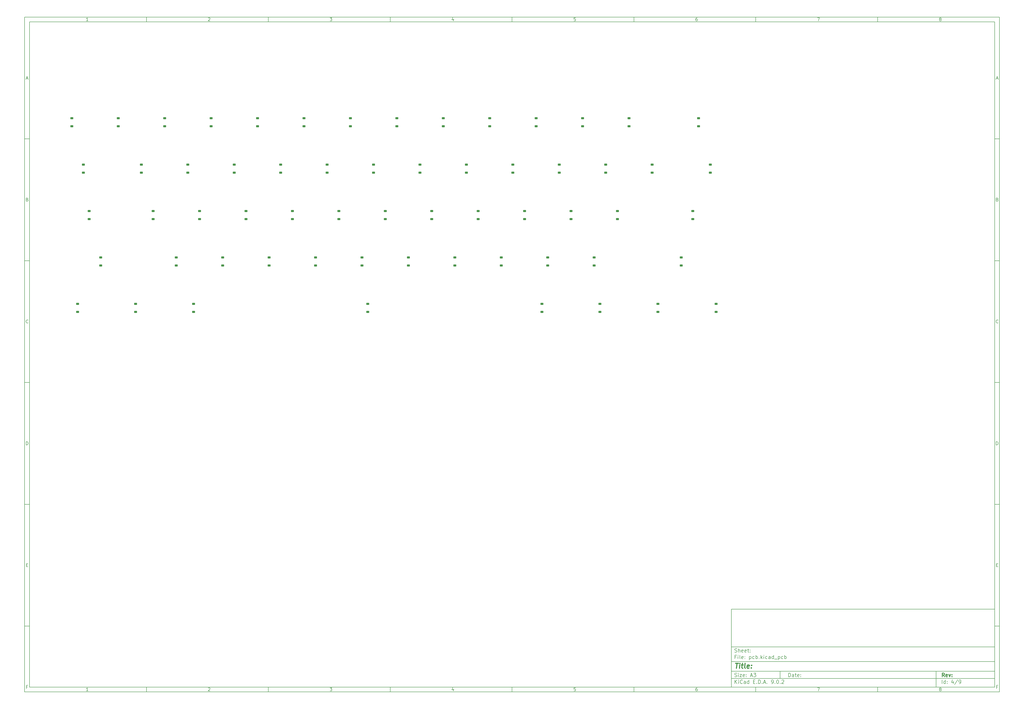
<source format=gbr>
%TF.GenerationSoftware,KiCad,Pcbnew,9.0.2*%
%TF.CreationDate,2025-06-22T01:03:44-04:00*%
%TF.ProjectId,pcb,7063622e-6b69-4636-9164-5f7063625858,rev?*%
%TF.SameCoordinates,Original*%
%TF.FileFunction,Paste,Bot*%
%TF.FilePolarity,Positive*%
%FSLAX46Y46*%
G04 Gerber Fmt 4.6, Leading zero omitted, Abs format (unit mm)*
G04 Created by KiCad (PCBNEW 9.0.2) date 2025-06-22 01:03:44*
%MOMM*%
%LPD*%
G01*
G04 APERTURE LIST*
G04 Aperture macros list*
%AMRoundRect*
0 Rectangle with rounded corners*
0 $1 Rounding radius*
0 $2 $3 $4 $5 $6 $7 $8 $9 X,Y pos of 4 corners*
0 Add a 4 corners polygon primitive as box body*
4,1,4,$2,$3,$4,$5,$6,$7,$8,$9,$2,$3,0*
0 Add four circle primitives for the rounded corners*
1,1,$1+$1,$2,$3*
1,1,$1+$1,$4,$5*
1,1,$1+$1,$6,$7*
1,1,$1+$1,$8,$9*
0 Add four rect primitives between the rounded corners*
20,1,$1+$1,$2,$3,$4,$5,0*
20,1,$1+$1,$4,$5,$6,$7,0*
20,1,$1+$1,$6,$7,$8,$9,0*
20,1,$1+$1,$8,$9,$2,$3,0*%
G04 Aperture macros list end*
%ADD10C,0.100000*%
%ADD11C,0.150000*%
%ADD12C,0.300000*%
%ADD13C,0.400000*%
%ADD14RoundRect,0.225000X0.375000X-0.225000X0.375000X0.225000X-0.375000X0.225000X-0.375000X-0.225000X0*%
G04 APERTURE END LIST*
D10*
D11*
X299989000Y-253002200D02*
X407989000Y-253002200D01*
X407989000Y-285002200D01*
X299989000Y-285002200D01*
X299989000Y-253002200D01*
D10*
D11*
X10000000Y-10000000D02*
X409989000Y-10000000D01*
X409989000Y-287002200D01*
X10000000Y-287002200D01*
X10000000Y-10000000D01*
D10*
D11*
X12000000Y-12000000D02*
X407989000Y-12000000D01*
X407989000Y-285002200D01*
X12000000Y-285002200D01*
X12000000Y-12000000D01*
D10*
D11*
X60000000Y-12000000D02*
X60000000Y-10000000D01*
D10*
D11*
X110000000Y-12000000D02*
X110000000Y-10000000D01*
D10*
D11*
X160000000Y-12000000D02*
X160000000Y-10000000D01*
D10*
D11*
X210000000Y-12000000D02*
X210000000Y-10000000D01*
D10*
D11*
X260000000Y-12000000D02*
X260000000Y-10000000D01*
D10*
D11*
X310000000Y-12000000D02*
X310000000Y-10000000D01*
D10*
D11*
X360000000Y-12000000D02*
X360000000Y-10000000D01*
D10*
D11*
X36089160Y-11593604D02*
X35346303Y-11593604D01*
X35717731Y-11593604D02*
X35717731Y-10293604D01*
X35717731Y-10293604D02*
X35593922Y-10479319D01*
X35593922Y-10479319D02*
X35470112Y-10603128D01*
X35470112Y-10603128D02*
X35346303Y-10665033D01*
D10*
D11*
X85346303Y-10417414D02*
X85408207Y-10355509D01*
X85408207Y-10355509D02*
X85532017Y-10293604D01*
X85532017Y-10293604D02*
X85841541Y-10293604D01*
X85841541Y-10293604D02*
X85965350Y-10355509D01*
X85965350Y-10355509D02*
X86027255Y-10417414D01*
X86027255Y-10417414D02*
X86089160Y-10541223D01*
X86089160Y-10541223D02*
X86089160Y-10665033D01*
X86089160Y-10665033D02*
X86027255Y-10850747D01*
X86027255Y-10850747D02*
X85284398Y-11593604D01*
X85284398Y-11593604D02*
X86089160Y-11593604D01*
D10*
D11*
X135284398Y-10293604D02*
X136089160Y-10293604D01*
X136089160Y-10293604D02*
X135655826Y-10788842D01*
X135655826Y-10788842D02*
X135841541Y-10788842D01*
X135841541Y-10788842D02*
X135965350Y-10850747D01*
X135965350Y-10850747D02*
X136027255Y-10912652D01*
X136027255Y-10912652D02*
X136089160Y-11036461D01*
X136089160Y-11036461D02*
X136089160Y-11345985D01*
X136089160Y-11345985D02*
X136027255Y-11469795D01*
X136027255Y-11469795D02*
X135965350Y-11531700D01*
X135965350Y-11531700D02*
X135841541Y-11593604D01*
X135841541Y-11593604D02*
X135470112Y-11593604D01*
X135470112Y-11593604D02*
X135346303Y-11531700D01*
X135346303Y-11531700D02*
X135284398Y-11469795D01*
D10*
D11*
X185965350Y-10726938D02*
X185965350Y-11593604D01*
X185655826Y-10231700D02*
X185346303Y-11160271D01*
X185346303Y-11160271D02*
X186151064Y-11160271D01*
D10*
D11*
X236027255Y-10293604D02*
X235408207Y-10293604D01*
X235408207Y-10293604D02*
X235346303Y-10912652D01*
X235346303Y-10912652D02*
X235408207Y-10850747D01*
X235408207Y-10850747D02*
X235532017Y-10788842D01*
X235532017Y-10788842D02*
X235841541Y-10788842D01*
X235841541Y-10788842D02*
X235965350Y-10850747D01*
X235965350Y-10850747D02*
X236027255Y-10912652D01*
X236027255Y-10912652D02*
X236089160Y-11036461D01*
X236089160Y-11036461D02*
X236089160Y-11345985D01*
X236089160Y-11345985D02*
X236027255Y-11469795D01*
X236027255Y-11469795D02*
X235965350Y-11531700D01*
X235965350Y-11531700D02*
X235841541Y-11593604D01*
X235841541Y-11593604D02*
X235532017Y-11593604D01*
X235532017Y-11593604D02*
X235408207Y-11531700D01*
X235408207Y-11531700D02*
X235346303Y-11469795D01*
D10*
D11*
X285965350Y-10293604D02*
X285717731Y-10293604D01*
X285717731Y-10293604D02*
X285593922Y-10355509D01*
X285593922Y-10355509D02*
X285532017Y-10417414D01*
X285532017Y-10417414D02*
X285408207Y-10603128D01*
X285408207Y-10603128D02*
X285346303Y-10850747D01*
X285346303Y-10850747D02*
X285346303Y-11345985D01*
X285346303Y-11345985D02*
X285408207Y-11469795D01*
X285408207Y-11469795D02*
X285470112Y-11531700D01*
X285470112Y-11531700D02*
X285593922Y-11593604D01*
X285593922Y-11593604D02*
X285841541Y-11593604D01*
X285841541Y-11593604D02*
X285965350Y-11531700D01*
X285965350Y-11531700D02*
X286027255Y-11469795D01*
X286027255Y-11469795D02*
X286089160Y-11345985D01*
X286089160Y-11345985D02*
X286089160Y-11036461D01*
X286089160Y-11036461D02*
X286027255Y-10912652D01*
X286027255Y-10912652D02*
X285965350Y-10850747D01*
X285965350Y-10850747D02*
X285841541Y-10788842D01*
X285841541Y-10788842D02*
X285593922Y-10788842D01*
X285593922Y-10788842D02*
X285470112Y-10850747D01*
X285470112Y-10850747D02*
X285408207Y-10912652D01*
X285408207Y-10912652D02*
X285346303Y-11036461D01*
D10*
D11*
X335284398Y-10293604D02*
X336151064Y-10293604D01*
X336151064Y-10293604D02*
X335593922Y-11593604D01*
D10*
D11*
X385593922Y-10850747D02*
X385470112Y-10788842D01*
X385470112Y-10788842D02*
X385408207Y-10726938D01*
X385408207Y-10726938D02*
X385346303Y-10603128D01*
X385346303Y-10603128D02*
X385346303Y-10541223D01*
X385346303Y-10541223D02*
X385408207Y-10417414D01*
X385408207Y-10417414D02*
X385470112Y-10355509D01*
X385470112Y-10355509D02*
X385593922Y-10293604D01*
X385593922Y-10293604D02*
X385841541Y-10293604D01*
X385841541Y-10293604D02*
X385965350Y-10355509D01*
X385965350Y-10355509D02*
X386027255Y-10417414D01*
X386027255Y-10417414D02*
X386089160Y-10541223D01*
X386089160Y-10541223D02*
X386089160Y-10603128D01*
X386089160Y-10603128D02*
X386027255Y-10726938D01*
X386027255Y-10726938D02*
X385965350Y-10788842D01*
X385965350Y-10788842D02*
X385841541Y-10850747D01*
X385841541Y-10850747D02*
X385593922Y-10850747D01*
X385593922Y-10850747D02*
X385470112Y-10912652D01*
X385470112Y-10912652D02*
X385408207Y-10974557D01*
X385408207Y-10974557D02*
X385346303Y-11098366D01*
X385346303Y-11098366D02*
X385346303Y-11345985D01*
X385346303Y-11345985D02*
X385408207Y-11469795D01*
X385408207Y-11469795D02*
X385470112Y-11531700D01*
X385470112Y-11531700D02*
X385593922Y-11593604D01*
X385593922Y-11593604D02*
X385841541Y-11593604D01*
X385841541Y-11593604D02*
X385965350Y-11531700D01*
X385965350Y-11531700D02*
X386027255Y-11469795D01*
X386027255Y-11469795D02*
X386089160Y-11345985D01*
X386089160Y-11345985D02*
X386089160Y-11098366D01*
X386089160Y-11098366D02*
X386027255Y-10974557D01*
X386027255Y-10974557D02*
X385965350Y-10912652D01*
X385965350Y-10912652D02*
X385841541Y-10850747D01*
D10*
D11*
X60000000Y-285002200D02*
X60000000Y-287002200D01*
D10*
D11*
X110000000Y-285002200D02*
X110000000Y-287002200D01*
D10*
D11*
X160000000Y-285002200D02*
X160000000Y-287002200D01*
D10*
D11*
X210000000Y-285002200D02*
X210000000Y-287002200D01*
D10*
D11*
X260000000Y-285002200D02*
X260000000Y-287002200D01*
D10*
D11*
X310000000Y-285002200D02*
X310000000Y-287002200D01*
D10*
D11*
X360000000Y-285002200D02*
X360000000Y-287002200D01*
D10*
D11*
X36089160Y-286595804D02*
X35346303Y-286595804D01*
X35717731Y-286595804D02*
X35717731Y-285295804D01*
X35717731Y-285295804D02*
X35593922Y-285481519D01*
X35593922Y-285481519D02*
X35470112Y-285605328D01*
X35470112Y-285605328D02*
X35346303Y-285667233D01*
D10*
D11*
X85346303Y-285419614D02*
X85408207Y-285357709D01*
X85408207Y-285357709D02*
X85532017Y-285295804D01*
X85532017Y-285295804D02*
X85841541Y-285295804D01*
X85841541Y-285295804D02*
X85965350Y-285357709D01*
X85965350Y-285357709D02*
X86027255Y-285419614D01*
X86027255Y-285419614D02*
X86089160Y-285543423D01*
X86089160Y-285543423D02*
X86089160Y-285667233D01*
X86089160Y-285667233D02*
X86027255Y-285852947D01*
X86027255Y-285852947D02*
X85284398Y-286595804D01*
X85284398Y-286595804D02*
X86089160Y-286595804D01*
D10*
D11*
X135284398Y-285295804D02*
X136089160Y-285295804D01*
X136089160Y-285295804D02*
X135655826Y-285791042D01*
X135655826Y-285791042D02*
X135841541Y-285791042D01*
X135841541Y-285791042D02*
X135965350Y-285852947D01*
X135965350Y-285852947D02*
X136027255Y-285914852D01*
X136027255Y-285914852D02*
X136089160Y-286038661D01*
X136089160Y-286038661D02*
X136089160Y-286348185D01*
X136089160Y-286348185D02*
X136027255Y-286471995D01*
X136027255Y-286471995D02*
X135965350Y-286533900D01*
X135965350Y-286533900D02*
X135841541Y-286595804D01*
X135841541Y-286595804D02*
X135470112Y-286595804D01*
X135470112Y-286595804D02*
X135346303Y-286533900D01*
X135346303Y-286533900D02*
X135284398Y-286471995D01*
D10*
D11*
X185965350Y-285729138D02*
X185965350Y-286595804D01*
X185655826Y-285233900D02*
X185346303Y-286162471D01*
X185346303Y-286162471D02*
X186151064Y-286162471D01*
D10*
D11*
X236027255Y-285295804D02*
X235408207Y-285295804D01*
X235408207Y-285295804D02*
X235346303Y-285914852D01*
X235346303Y-285914852D02*
X235408207Y-285852947D01*
X235408207Y-285852947D02*
X235532017Y-285791042D01*
X235532017Y-285791042D02*
X235841541Y-285791042D01*
X235841541Y-285791042D02*
X235965350Y-285852947D01*
X235965350Y-285852947D02*
X236027255Y-285914852D01*
X236027255Y-285914852D02*
X236089160Y-286038661D01*
X236089160Y-286038661D02*
X236089160Y-286348185D01*
X236089160Y-286348185D02*
X236027255Y-286471995D01*
X236027255Y-286471995D02*
X235965350Y-286533900D01*
X235965350Y-286533900D02*
X235841541Y-286595804D01*
X235841541Y-286595804D02*
X235532017Y-286595804D01*
X235532017Y-286595804D02*
X235408207Y-286533900D01*
X235408207Y-286533900D02*
X235346303Y-286471995D01*
D10*
D11*
X285965350Y-285295804D02*
X285717731Y-285295804D01*
X285717731Y-285295804D02*
X285593922Y-285357709D01*
X285593922Y-285357709D02*
X285532017Y-285419614D01*
X285532017Y-285419614D02*
X285408207Y-285605328D01*
X285408207Y-285605328D02*
X285346303Y-285852947D01*
X285346303Y-285852947D02*
X285346303Y-286348185D01*
X285346303Y-286348185D02*
X285408207Y-286471995D01*
X285408207Y-286471995D02*
X285470112Y-286533900D01*
X285470112Y-286533900D02*
X285593922Y-286595804D01*
X285593922Y-286595804D02*
X285841541Y-286595804D01*
X285841541Y-286595804D02*
X285965350Y-286533900D01*
X285965350Y-286533900D02*
X286027255Y-286471995D01*
X286027255Y-286471995D02*
X286089160Y-286348185D01*
X286089160Y-286348185D02*
X286089160Y-286038661D01*
X286089160Y-286038661D02*
X286027255Y-285914852D01*
X286027255Y-285914852D02*
X285965350Y-285852947D01*
X285965350Y-285852947D02*
X285841541Y-285791042D01*
X285841541Y-285791042D02*
X285593922Y-285791042D01*
X285593922Y-285791042D02*
X285470112Y-285852947D01*
X285470112Y-285852947D02*
X285408207Y-285914852D01*
X285408207Y-285914852D02*
X285346303Y-286038661D01*
D10*
D11*
X335284398Y-285295804D02*
X336151064Y-285295804D01*
X336151064Y-285295804D02*
X335593922Y-286595804D01*
D10*
D11*
X385593922Y-285852947D02*
X385470112Y-285791042D01*
X385470112Y-285791042D02*
X385408207Y-285729138D01*
X385408207Y-285729138D02*
X385346303Y-285605328D01*
X385346303Y-285605328D02*
X385346303Y-285543423D01*
X385346303Y-285543423D02*
X385408207Y-285419614D01*
X385408207Y-285419614D02*
X385470112Y-285357709D01*
X385470112Y-285357709D02*
X385593922Y-285295804D01*
X385593922Y-285295804D02*
X385841541Y-285295804D01*
X385841541Y-285295804D02*
X385965350Y-285357709D01*
X385965350Y-285357709D02*
X386027255Y-285419614D01*
X386027255Y-285419614D02*
X386089160Y-285543423D01*
X386089160Y-285543423D02*
X386089160Y-285605328D01*
X386089160Y-285605328D02*
X386027255Y-285729138D01*
X386027255Y-285729138D02*
X385965350Y-285791042D01*
X385965350Y-285791042D02*
X385841541Y-285852947D01*
X385841541Y-285852947D02*
X385593922Y-285852947D01*
X385593922Y-285852947D02*
X385470112Y-285914852D01*
X385470112Y-285914852D02*
X385408207Y-285976757D01*
X385408207Y-285976757D02*
X385346303Y-286100566D01*
X385346303Y-286100566D02*
X385346303Y-286348185D01*
X385346303Y-286348185D02*
X385408207Y-286471995D01*
X385408207Y-286471995D02*
X385470112Y-286533900D01*
X385470112Y-286533900D02*
X385593922Y-286595804D01*
X385593922Y-286595804D02*
X385841541Y-286595804D01*
X385841541Y-286595804D02*
X385965350Y-286533900D01*
X385965350Y-286533900D02*
X386027255Y-286471995D01*
X386027255Y-286471995D02*
X386089160Y-286348185D01*
X386089160Y-286348185D02*
X386089160Y-286100566D01*
X386089160Y-286100566D02*
X386027255Y-285976757D01*
X386027255Y-285976757D02*
X385965350Y-285914852D01*
X385965350Y-285914852D02*
X385841541Y-285852947D01*
D10*
D11*
X10000000Y-60000000D02*
X12000000Y-60000000D01*
D10*
D11*
X10000000Y-110000000D02*
X12000000Y-110000000D01*
D10*
D11*
X10000000Y-160000000D02*
X12000000Y-160000000D01*
D10*
D11*
X10000000Y-210000000D02*
X12000000Y-210000000D01*
D10*
D11*
X10000000Y-260000000D02*
X12000000Y-260000000D01*
D10*
D11*
X10690476Y-35222176D02*
X11309523Y-35222176D01*
X10566666Y-35593604D02*
X10999999Y-34293604D01*
X10999999Y-34293604D02*
X11433333Y-35593604D01*
D10*
D11*
X11092857Y-84912652D02*
X11278571Y-84974557D01*
X11278571Y-84974557D02*
X11340476Y-85036461D01*
X11340476Y-85036461D02*
X11402380Y-85160271D01*
X11402380Y-85160271D02*
X11402380Y-85345985D01*
X11402380Y-85345985D02*
X11340476Y-85469795D01*
X11340476Y-85469795D02*
X11278571Y-85531700D01*
X11278571Y-85531700D02*
X11154761Y-85593604D01*
X11154761Y-85593604D02*
X10659523Y-85593604D01*
X10659523Y-85593604D02*
X10659523Y-84293604D01*
X10659523Y-84293604D02*
X11092857Y-84293604D01*
X11092857Y-84293604D02*
X11216666Y-84355509D01*
X11216666Y-84355509D02*
X11278571Y-84417414D01*
X11278571Y-84417414D02*
X11340476Y-84541223D01*
X11340476Y-84541223D02*
X11340476Y-84665033D01*
X11340476Y-84665033D02*
X11278571Y-84788842D01*
X11278571Y-84788842D02*
X11216666Y-84850747D01*
X11216666Y-84850747D02*
X11092857Y-84912652D01*
X11092857Y-84912652D02*
X10659523Y-84912652D01*
D10*
D11*
X11402380Y-135469795D02*
X11340476Y-135531700D01*
X11340476Y-135531700D02*
X11154761Y-135593604D01*
X11154761Y-135593604D02*
X11030952Y-135593604D01*
X11030952Y-135593604D02*
X10845238Y-135531700D01*
X10845238Y-135531700D02*
X10721428Y-135407890D01*
X10721428Y-135407890D02*
X10659523Y-135284080D01*
X10659523Y-135284080D02*
X10597619Y-135036461D01*
X10597619Y-135036461D02*
X10597619Y-134850747D01*
X10597619Y-134850747D02*
X10659523Y-134603128D01*
X10659523Y-134603128D02*
X10721428Y-134479319D01*
X10721428Y-134479319D02*
X10845238Y-134355509D01*
X10845238Y-134355509D02*
X11030952Y-134293604D01*
X11030952Y-134293604D02*
X11154761Y-134293604D01*
X11154761Y-134293604D02*
X11340476Y-134355509D01*
X11340476Y-134355509D02*
X11402380Y-134417414D01*
D10*
D11*
X10659523Y-185593604D02*
X10659523Y-184293604D01*
X10659523Y-184293604D02*
X10969047Y-184293604D01*
X10969047Y-184293604D02*
X11154761Y-184355509D01*
X11154761Y-184355509D02*
X11278571Y-184479319D01*
X11278571Y-184479319D02*
X11340476Y-184603128D01*
X11340476Y-184603128D02*
X11402380Y-184850747D01*
X11402380Y-184850747D02*
X11402380Y-185036461D01*
X11402380Y-185036461D02*
X11340476Y-185284080D01*
X11340476Y-185284080D02*
X11278571Y-185407890D01*
X11278571Y-185407890D02*
X11154761Y-185531700D01*
X11154761Y-185531700D02*
X10969047Y-185593604D01*
X10969047Y-185593604D02*
X10659523Y-185593604D01*
D10*
D11*
X10721428Y-234912652D02*
X11154762Y-234912652D01*
X11340476Y-235593604D02*
X10721428Y-235593604D01*
X10721428Y-235593604D02*
X10721428Y-234293604D01*
X10721428Y-234293604D02*
X11340476Y-234293604D01*
D10*
D11*
X11185714Y-284912652D02*
X10752380Y-284912652D01*
X10752380Y-285593604D02*
X10752380Y-284293604D01*
X10752380Y-284293604D02*
X11371428Y-284293604D01*
D10*
D11*
X409989000Y-60000000D02*
X407989000Y-60000000D01*
D10*
D11*
X409989000Y-110000000D02*
X407989000Y-110000000D01*
D10*
D11*
X409989000Y-160000000D02*
X407989000Y-160000000D01*
D10*
D11*
X409989000Y-210000000D02*
X407989000Y-210000000D01*
D10*
D11*
X409989000Y-260000000D02*
X407989000Y-260000000D01*
D10*
D11*
X408679476Y-35222176D02*
X409298523Y-35222176D01*
X408555666Y-35593604D02*
X408988999Y-34293604D01*
X408988999Y-34293604D02*
X409422333Y-35593604D01*
D10*
D11*
X409081857Y-84912652D02*
X409267571Y-84974557D01*
X409267571Y-84974557D02*
X409329476Y-85036461D01*
X409329476Y-85036461D02*
X409391380Y-85160271D01*
X409391380Y-85160271D02*
X409391380Y-85345985D01*
X409391380Y-85345985D02*
X409329476Y-85469795D01*
X409329476Y-85469795D02*
X409267571Y-85531700D01*
X409267571Y-85531700D02*
X409143761Y-85593604D01*
X409143761Y-85593604D02*
X408648523Y-85593604D01*
X408648523Y-85593604D02*
X408648523Y-84293604D01*
X408648523Y-84293604D02*
X409081857Y-84293604D01*
X409081857Y-84293604D02*
X409205666Y-84355509D01*
X409205666Y-84355509D02*
X409267571Y-84417414D01*
X409267571Y-84417414D02*
X409329476Y-84541223D01*
X409329476Y-84541223D02*
X409329476Y-84665033D01*
X409329476Y-84665033D02*
X409267571Y-84788842D01*
X409267571Y-84788842D02*
X409205666Y-84850747D01*
X409205666Y-84850747D02*
X409081857Y-84912652D01*
X409081857Y-84912652D02*
X408648523Y-84912652D01*
D10*
D11*
X409391380Y-135469795D02*
X409329476Y-135531700D01*
X409329476Y-135531700D02*
X409143761Y-135593604D01*
X409143761Y-135593604D02*
X409019952Y-135593604D01*
X409019952Y-135593604D02*
X408834238Y-135531700D01*
X408834238Y-135531700D02*
X408710428Y-135407890D01*
X408710428Y-135407890D02*
X408648523Y-135284080D01*
X408648523Y-135284080D02*
X408586619Y-135036461D01*
X408586619Y-135036461D02*
X408586619Y-134850747D01*
X408586619Y-134850747D02*
X408648523Y-134603128D01*
X408648523Y-134603128D02*
X408710428Y-134479319D01*
X408710428Y-134479319D02*
X408834238Y-134355509D01*
X408834238Y-134355509D02*
X409019952Y-134293604D01*
X409019952Y-134293604D02*
X409143761Y-134293604D01*
X409143761Y-134293604D02*
X409329476Y-134355509D01*
X409329476Y-134355509D02*
X409391380Y-134417414D01*
D10*
D11*
X408648523Y-185593604D02*
X408648523Y-184293604D01*
X408648523Y-184293604D02*
X408958047Y-184293604D01*
X408958047Y-184293604D02*
X409143761Y-184355509D01*
X409143761Y-184355509D02*
X409267571Y-184479319D01*
X409267571Y-184479319D02*
X409329476Y-184603128D01*
X409329476Y-184603128D02*
X409391380Y-184850747D01*
X409391380Y-184850747D02*
X409391380Y-185036461D01*
X409391380Y-185036461D02*
X409329476Y-185284080D01*
X409329476Y-185284080D02*
X409267571Y-185407890D01*
X409267571Y-185407890D02*
X409143761Y-185531700D01*
X409143761Y-185531700D02*
X408958047Y-185593604D01*
X408958047Y-185593604D02*
X408648523Y-185593604D01*
D10*
D11*
X408710428Y-234912652D02*
X409143762Y-234912652D01*
X409329476Y-235593604D02*
X408710428Y-235593604D01*
X408710428Y-235593604D02*
X408710428Y-234293604D01*
X408710428Y-234293604D02*
X409329476Y-234293604D01*
D10*
D11*
X409174714Y-284912652D02*
X408741380Y-284912652D01*
X408741380Y-285593604D02*
X408741380Y-284293604D01*
X408741380Y-284293604D02*
X409360428Y-284293604D01*
D10*
D11*
X323444826Y-280788328D02*
X323444826Y-279288328D01*
X323444826Y-279288328D02*
X323801969Y-279288328D01*
X323801969Y-279288328D02*
X324016255Y-279359757D01*
X324016255Y-279359757D02*
X324159112Y-279502614D01*
X324159112Y-279502614D02*
X324230541Y-279645471D01*
X324230541Y-279645471D02*
X324301969Y-279931185D01*
X324301969Y-279931185D02*
X324301969Y-280145471D01*
X324301969Y-280145471D02*
X324230541Y-280431185D01*
X324230541Y-280431185D02*
X324159112Y-280574042D01*
X324159112Y-280574042D02*
X324016255Y-280716900D01*
X324016255Y-280716900D02*
X323801969Y-280788328D01*
X323801969Y-280788328D02*
X323444826Y-280788328D01*
X325587684Y-280788328D02*
X325587684Y-280002614D01*
X325587684Y-280002614D02*
X325516255Y-279859757D01*
X325516255Y-279859757D02*
X325373398Y-279788328D01*
X325373398Y-279788328D02*
X325087684Y-279788328D01*
X325087684Y-279788328D02*
X324944826Y-279859757D01*
X325587684Y-280716900D02*
X325444826Y-280788328D01*
X325444826Y-280788328D02*
X325087684Y-280788328D01*
X325087684Y-280788328D02*
X324944826Y-280716900D01*
X324944826Y-280716900D02*
X324873398Y-280574042D01*
X324873398Y-280574042D02*
X324873398Y-280431185D01*
X324873398Y-280431185D02*
X324944826Y-280288328D01*
X324944826Y-280288328D02*
X325087684Y-280216900D01*
X325087684Y-280216900D02*
X325444826Y-280216900D01*
X325444826Y-280216900D02*
X325587684Y-280145471D01*
X326087684Y-279788328D02*
X326659112Y-279788328D01*
X326301969Y-279288328D02*
X326301969Y-280574042D01*
X326301969Y-280574042D02*
X326373398Y-280716900D01*
X326373398Y-280716900D02*
X326516255Y-280788328D01*
X326516255Y-280788328D02*
X326659112Y-280788328D01*
X327730541Y-280716900D02*
X327587684Y-280788328D01*
X327587684Y-280788328D02*
X327301970Y-280788328D01*
X327301970Y-280788328D02*
X327159112Y-280716900D01*
X327159112Y-280716900D02*
X327087684Y-280574042D01*
X327087684Y-280574042D02*
X327087684Y-280002614D01*
X327087684Y-280002614D02*
X327159112Y-279859757D01*
X327159112Y-279859757D02*
X327301970Y-279788328D01*
X327301970Y-279788328D02*
X327587684Y-279788328D01*
X327587684Y-279788328D02*
X327730541Y-279859757D01*
X327730541Y-279859757D02*
X327801970Y-280002614D01*
X327801970Y-280002614D02*
X327801970Y-280145471D01*
X327801970Y-280145471D02*
X327087684Y-280288328D01*
X328444826Y-280645471D02*
X328516255Y-280716900D01*
X328516255Y-280716900D02*
X328444826Y-280788328D01*
X328444826Y-280788328D02*
X328373398Y-280716900D01*
X328373398Y-280716900D02*
X328444826Y-280645471D01*
X328444826Y-280645471D02*
X328444826Y-280788328D01*
X328444826Y-279859757D02*
X328516255Y-279931185D01*
X328516255Y-279931185D02*
X328444826Y-280002614D01*
X328444826Y-280002614D02*
X328373398Y-279931185D01*
X328373398Y-279931185D02*
X328444826Y-279859757D01*
X328444826Y-279859757D02*
X328444826Y-280002614D01*
D10*
D11*
X299989000Y-281502200D02*
X407989000Y-281502200D01*
D10*
D11*
X301444826Y-283588328D02*
X301444826Y-282088328D01*
X302301969Y-283588328D02*
X301659112Y-282731185D01*
X302301969Y-282088328D02*
X301444826Y-282945471D01*
X302944826Y-283588328D02*
X302944826Y-282588328D01*
X302944826Y-282088328D02*
X302873398Y-282159757D01*
X302873398Y-282159757D02*
X302944826Y-282231185D01*
X302944826Y-282231185D02*
X303016255Y-282159757D01*
X303016255Y-282159757D02*
X302944826Y-282088328D01*
X302944826Y-282088328D02*
X302944826Y-282231185D01*
X304516255Y-283445471D02*
X304444827Y-283516900D01*
X304444827Y-283516900D02*
X304230541Y-283588328D01*
X304230541Y-283588328D02*
X304087684Y-283588328D01*
X304087684Y-283588328D02*
X303873398Y-283516900D01*
X303873398Y-283516900D02*
X303730541Y-283374042D01*
X303730541Y-283374042D02*
X303659112Y-283231185D01*
X303659112Y-283231185D02*
X303587684Y-282945471D01*
X303587684Y-282945471D02*
X303587684Y-282731185D01*
X303587684Y-282731185D02*
X303659112Y-282445471D01*
X303659112Y-282445471D02*
X303730541Y-282302614D01*
X303730541Y-282302614D02*
X303873398Y-282159757D01*
X303873398Y-282159757D02*
X304087684Y-282088328D01*
X304087684Y-282088328D02*
X304230541Y-282088328D01*
X304230541Y-282088328D02*
X304444827Y-282159757D01*
X304444827Y-282159757D02*
X304516255Y-282231185D01*
X305801970Y-283588328D02*
X305801970Y-282802614D01*
X305801970Y-282802614D02*
X305730541Y-282659757D01*
X305730541Y-282659757D02*
X305587684Y-282588328D01*
X305587684Y-282588328D02*
X305301970Y-282588328D01*
X305301970Y-282588328D02*
X305159112Y-282659757D01*
X305801970Y-283516900D02*
X305659112Y-283588328D01*
X305659112Y-283588328D02*
X305301970Y-283588328D01*
X305301970Y-283588328D02*
X305159112Y-283516900D01*
X305159112Y-283516900D02*
X305087684Y-283374042D01*
X305087684Y-283374042D02*
X305087684Y-283231185D01*
X305087684Y-283231185D02*
X305159112Y-283088328D01*
X305159112Y-283088328D02*
X305301970Y-283016900D01*
X305301970Y-283016900D02*
X305659112Y-283016900D01*
X305659112Y-283016900D02*
X305801970Y-282945471D01*
X307159113Y-283588328D02*
X307159113Y-282088328D01*
X307159113Y-283516900D02*
X307016255Y-283588328D01*
X307016255Y-283588328D02*
X306730541Y-283588328D01*
X306730541Y-283588328D02*
X306587684Y-283516900D01*
X306587684Y-283516900D02*
X306516255Y-283445471D01*
X306516255Y-283445471D02*
X306444827Y-283302614D01*
X306444827Y-283302614D02*
X306444827Y-282874042D01*
X306444827Y-282874042D02*
X306516255Y-282731185D01*
X306516255Y-282731185D02*
X306587684Y-282659757D01*
X306587684Y-282659757D02*
X306730541Y-282588328D01*
X306730541Y-282588328D02*
X307016255Y-282588328D01*
X307016255Y-282588328D02*
X307159113Y-282659757D01*
X309016255Y-282802614D02*
X309516255Y-282802614D01*
X309730541Y-283588328D02*
X309016255Y-283588328D01*
X309016255Y-283588328D02*
X309016255Y-282088328D01*
X309016255Y-282088328D02*
X309730541Y-282088328D01*
X310373398Y-283445471D02*
X310444827Y-283516900D01*
X310444827Y-283516900D02*
X310373398Y-283588328D01*
X310373398Y-283588328D02*
X310301970Y-283516900D01*
X310301970Y-283516900D02*
X310373398Y-283445471D01*
X310373398Y-283445471D02*
X310373398Y-283588328D01*
X311087684Y-283588328D02*
X311087684Y-282088328D01*
X311087684Y-282088328D02*
X311444827Y-282088328D01*
X311444827Y-282088328D02*
X311659113Y-282159757D01*
X311659113Y-282159757D02*
X311801970Y-282302614D01*
X311801970Y-282302614D02*
X311873399Y-282445471D01*
X311873399Y-282445471D02*
X311944827Y-282731185D01*
X311944827Y-282731185D02*
X311944827Y-282945471D01*
X311944827Y-282945471D02*
X311873399Y-283231185D01*
X311873399Y-283231185D02*
X311801970Y-283374042D01*
X311801970Y-283374042D02*
X311659113Y-283516900D01*
X311659113Y-283516900D02*
X311444827Y-283588328D01*
X311444827Y-283588328D02*
X311087684Y-283588328D01*
X312587684Y-283445471D02*
X312659113Y-283516900D01*
X312659113Y-283516900D02*
X312587684Y-283588328D01*
X312587684Y-283588328D02*
X312516256Y-283516900D01*
X312516256Y-283516900D02*
X312587684Y-283445471D01*
X312587684Y-283445471D02*
X312587684Y-283588328D01*
X313230542Y-283159757D02*
X313944828Y-283159757D01*
X313087685Y-283588328D02*
X313587685Y-282088328D01*
X313587685Y-282088328D02*
X314087685Y-283588328D01*
X314587684Y-283445471D02*
X314659113Y-283516900D01*
X314659113Y-283516900D02*
X314587684Y-283588328D01*
X314587684Y-283588328D02*
X314516256Y-283516900D01*
X314516256Y-283516900D02*
X314587684Y-283445471D01*
X314587684Y-283445471D02*
X314587684Y-283588328D01*
X316516256Y-283588328D02*
X316801970Y-283588328D01*
X316801970Y-283588328D02*
X316944827Y-283516900D01*
X316944827Y-283516900D02*
X317016256Y-283445471D01*
X317016256Y-283445471D02*
X317159113Y-283231185D01*
X317159113Y-283231185D02*
X317230542Y-282945471D01*
X317230542Y-282945471D02*
X317230542Y-282374042D01*
X317230542Y-282374042D02*
X317159113Y-282231185D01*
X317159113Y-282231185D02*
X317087685Y-282159757D01*
X317087685Y-282159757D02*
X316944827Y-282088328D01*
X316944827Y-282088328D02*
X316659113Y-282088328D01*
X316659113Y-282088328D02*
X316516256Y-282159757D01*
X316516256Y-282159757D02*
X316444827Y-282231185D01*
X316444827Y-282231185D02*
X316373399Y-282374042D01*
X316373399Y-282374042D02*
X316373399Y-282731185D01*
X316373399Y-282731185D02*
X316444827Y-282874042D01*
X316444827Y-282874042D02*
X316516256Y-282945471D01*
X316516256Y-282945471D02*
X316659113Y-283016900D01*
X316659113Y-283016900D02*
X316944827Y-283016900D01*
X316944827Y-283016900D02*
X317087685Y-282945471D01*
X317087685Y-282945471D02*
X317159113Y-282874042D01*
X317159113Y-282874042D02*
X317230542Y-282731185D01*
X317873398Y-283445471D02*
X317944827Y-283516900D01*
X317944827Y-283516900D02*
X317873398Y-283588328D01*
X317873398Y-283588328D02*
X317801970Y-283516900D01*
X317801970Y-283516900D02*
X317873398Y-283445471D01*
X317873398Y-283445471D02*
X317873398Y-283588328D01*
X318873399Y-282088328D02*
X319016256Y-282088328D01*
X319016256Y-282088328D02*
X319159113Y-282159757D01*
X319159113Y-282159757D02*
X319230542Y-282231185D01*
X319230542Y-282231185D02*
X319301970Y-282374042D01*
X319301970Y-282374042D02*
X319373399Y-282659757D01*
X319373399Y-282659757D02*
X319373399Y-283016900D01*
X319373399Y-283016900D02*
X319301970Y-283302614D01*
X319301970Y-283302614D02*
X319230542Y-283445471D01*
X319230542Y-283445471D02*
X319159113Y-283516900D01*
X319159113Y-283516900D02*
X319016256Y-283588328D01*
X319016256Y-283588328D02*
X318873399Y-283588328D01*
X318873399Y-283588328D02*
X318730542Y-283516900D01*
X318730542Y-283516900D02*
X318659113Y-283445471D01*
X318659113Y-283445471D02*
X318587684Y-283302614D01*
X318587684Y-283302614D02*
X318516256Y-283016900D01*
X318516256Y-283016900D02*
X318516256Y-282659757D01*
X318516256Y-282659757D02*
X318587684Y-282374042D01*
X318587684Y-282374042D02*
X318659113Y-282231185D01*
X318659113Y-282231185D02*
X318730542Y-282159757D01*
X318730542Y-282159757D02*
X318873399Y-282088328D01*
X320016255Y-283445471D02*
X320087684Y-283516900D01*
X320087684Y-283516900D02*
X320016255Y-283588328D01*
X320016255Y-283588328D02*
X319944827Y-283516900D01*
X319944827Y-283516900D02*
X320016255Y-283445471D01*
X320016255Y-283445471D02*
X320016255Y-283588328D01*
X320659113Y-282231185D02*
X320730541Y-282159757D01*
X320730541Y-282159757D02*
X320873399Y-282088328D01*
X320873399Y-282088328D02*
X321230541Y-282088328D01*
X321230541Y-282088328D02*
X321373399Y-282159757D01*
X321373399Y-282159757D02*
X321444827Y-282231185D01*
X321444827Y-282231185D02*
X321516256Y-282374042D01*
X321516256Y-282374042D02*
X321516256Y-282516900D01*
X321516256Y-282516900D02*
X321444827Y-282731185D01*
X321444827Y-282731185D02*
X320587684Y-283588328D01*
X320587684Y-283588328D02*
X321516256Y-283588328D01*
D10*
D11*
X299989000Y-278502200D02*
X407989000Y-278502200D01*
D10*
D12*
X387400653Y-280780528D02*
X386900653Y-280066242D01*
X386543510Y-280780528D02*
X386543510Y-279280528D01*
X386543510Y-279280528D02*
X387114939Y-279280528D01*
X387114939Y-279280528D02*
X387257796Y-279351957D01*
X387257796Y-279351957D02*
X387329225Y-279423385D01*
X387329225Y-279423385D02*
X387400653Y-279566242D01*
X387400653Y-279566242D02*
X387400653Y-279780528D01*
X387400653Y-279780528D02*
X387329225Y-279923385D01*
X387329225Y-279923385D02*
X387257796Y-279994814D01*
X387257796Y-279994814D02*
X387114939Y-280066242D01*
X387114939Y-280066242D02*
X386543510Y-280066242D01*
X388614939Y-280709100D02*
X388472082Y-280780528D01*
X388472082Y-280780528D02*
X388186368Y-280780528D01*
X388186368Y-280780528D02*
X388043510Y-280709100D01*
X388043510Y-280709100D02*
X387972082Y-280566242D01*
X387972082Y-280566242D02*
X387972082Y-279994814D01*
X387972082Y-279994814D02*
X388043510Y-279851957D01*
X388043510Y-279851957D02*
X388186368Y-279780528D01*
X388186368Y-279780528D02*
X388472082Y-279780528D01*
X388472082Y-279780528D02*
X388614939Y-279851957D01*
X388614939Y-279851957D02*
X388686368Y-279994814D01*
X388686368Y-279994814D02*
X388686368Y-280137671D01*
X388686368Y-280137671D02*
X387972082Y-280280528D01*
X389186367Y-279780528D02*
X389543510Y-280780528D01*
X389543510Y-280780528D02*
X389900653Y-279780528D01*
X390472081Y-280637671D02*
X390543510Y-280709100D01*
X390543510Y-280709100D02*
X390472081Y-280780528D01*
X390472081Y-280780528D02*
X390400653Y-280709100D01*
X390400653Y-280709100D02*
X390472081Y-280637671D01*
X390472081Y-280637671D02*
X390472081Y-280780528D01*
X390472081Y-279851957D02*
X390543510Y-279923385D01*
X390543510Y-279923385D02*
X390472081Y-279994814D01*
X390472081Y-279994814D02*
X390400653Y-279923385D01*
X390400653Y-279923385D02*
X390472081Y-279851957D01*
X390472081Y-279851957D02*
X390472081Y-279994814D01*
D10*
D11*
X301373398Y-280716900D02*
X301587684Y-280788328D01*
X301587684Y-280788328D02*
X301944826Y-280788328D01*
X301944826Y-280788328D02*
X302087684Y-280716900D01*
X302087684Y-280716900D02*
X302159112Y-280645471D01*
X302159112Y-280645471D02*
X302230541Y-280502614D01*
X302230541Y-280502614D02*
X302230541Y-280359757D01*
X302230541Y-280359757D02*
X302159112Y-280216900D01*
X302159112Y-280216900D02*
X302087684Y-280145471D01*
X302087684Y-280145471D02*
X301944826Y-280074042D01*
X301944826Y-280074042D02*
X301659112Y-280002614D01*
X301659112Y-280002614D02*
X301516255Y-279931185D01*
X301516255Y-279931185D02*
X301444826Y-279859757D01*
X301444826Y-279859757D02*
X301373398Y-279716900D01*
X301373398Y-279716900D02*
X301373398Y-279574042D01*
X301373398Y-279574042D02*
X301444826Y-279431185D01*
X301444826Y-279431185D02*
X301516255Y-279359757D01*
X301516255Y-279359757D02*
X301659112Y-279288328D01*
X301659112Y-279288328D02*
X302016255Y-279288328D01*
X302016255Y-279288328D02*
X302230541Y-279359757D01*
X302873397Y-280788328D02*
X302873397Y-279788328D01*
X302873397Y-279288328D02*
X302801969Y-279359757D01*
X302801969Y-279359757D02*
X302873397Y-279431185D01*
X302873397Y-279431185D02*
X302944826Y-279359757D01*
X302944826Y-279359757D02*
X302873397Y-279288328D01*
X302873397Y-279288328D02*
X302873397Y-279431185D01*
X303444826Y-279788328D02*
X304230541Y-279788328D01*
X304230541Y-279788328D02*
X303444826Y-280788328D01*
X303444826Y-280788328D02*
X304230541Y-280788328D01*
X305373398Y-280716900D02*
X305230541Y-280788328D01*
X305230541Y-280788328D02*
X304944827Y-280788328D01*
X304944827Y-280788328D02*
X304801969Y-280716900D01*
X304801969Y-280716900D02*
X304730541Y-280574042D01*
X304730541Y-280574042D02*
X304730541Y-280002614D01*
X304730541Y-280002614D02*
X304801969Y-279859757D01*
X304801969Y-279859757D02*
X304944827Y-279788328D01*
X304944827Y-279788328D02*
X305230541Y-279788328D01*
X305230541Y-279788328D02*
X305373398Y-279859757D01*
X305373398Y-279859757D02*
X305444827Y-280002614D01*
X305444827Y-280002614D02*
X305444827Y-280145471D01*
X305444827Y-280145471D02*
X304730541Y-280288328D01*
X306087683Y-280645471D02*
X306159112Y-280716900D01*
X306159112Y-280716900D02*
X306087683Y-280788328D01*
X306087683Y-280788328D02*
X306016255Y-280716900D01*
X306016255Y-280716900D02*
X306087683Y-280645471D01*
X306087683Y-280645471D02*
X306087683Y-280788328D01*
X306087683Y-279859757D02*
X306159112Y-279931185D01*
X306159112Y-279931185D02*
X306087683Y-280002614D01*
X306087683Y-280002614D02*
X306016255Y-279931185D01*
X306016255Y-279931185D02*
X306087683Y-279859757D01*
X306087683Y-279859757D02*
X306087683Y-280002614D01*
X307873398Y-280359757D02*
X308587684Y-280359757D01*
X307730541Y-280788328D02*
X308230541Y-279288328D01*
X308230541Y-279288328D02*
X308730541Y-280788328D01*
X309087683Y-279288328D02*
X310016255Y-279288328D01*
X310016255Y-279288328D02*
X309516255Y-279859757D01*
X309516255Y-279859757D02*
X309730540Y-279859757D01*
X309730540Y-279859757D02*
X309873398Y-279931185D01*
X309873398Y-279931185D02*
X309944826Y-280002614D01*
X309944826Y-280002614D02*
X310016255Y-280145471D01*
X310016255Y-280145471D02*
X310016255Y-280502614D01*
X310016255Y-280502614D02*
X309944826Y-280645471D01*
X309944826Y-280645471D02*
X309873398Y-280716900D01*
X309873398Y-280716900D02*
X309730540Y-280788328D01*
X309730540Y-280788328D02*
X309301969Y-280788328D01*
X309301969Y-280788328D02*
X309159112Y-280716900D01*
X309159112Y-280716900D02*
X309087683Y-280645471D01*
D10*
D11*
X386444826Y-283588328D02*
X386444826Y-282088328D01*
X387801970Y-283588328D02*
X387801970Y-282088328D01*
X387801970Y-283516900D02*
X387659112Y-283588328D01*
X387659112Y-283588328D02*
X387373398Y-283588328D01*
X387373398Y-283588328D02*
X387230541Y-283516900D01*
X387230541Y-283516900D02*
X387159112Y-283445471D01*
X387159112Y-283445471D02*
X387087684Y-283302614D01*
X387087684Y-283302614D02*
X387087684Y-282874042D01*
X387087684Y-282874042D02*
X387159112Y-282731185D01*
X387159112Y-282731185D02*
X387230541Y-282659757D01*
X387230541Y-282659757D02*
X387373398Y-282588328D01*
X387373398Y-282588328D02*
X387659112Y-282588328D01*
X387659112Y-282588328D02*
X387801970Y-282659757D01*
X388516255Y-283445471D02*
X388587684Y-283516900D01*
X388587684Y-283516900D02*
X388516255Y-283588328D01*
X388516255Y-283588328D02*
X388444827Y-283516900D01*
X388444827Y-283516900D02*
X388516255Y-283445471D01*
X388516255Y-283445471D02*
X388516255Y-283588328D01*
X388516255Y-282659757D02*
X388587684Y-282731185D01*
X388587684Y-282731185D02*
X388516255Y-282802614D01*
X388516255Y-282802614D02*
X388444827Y-282731185D01*
X388444827Y-282731185D02*
X388516255Y-282659757D01*
X388516255Y-282659757D02*
X388516255Y-282802614D01*
X391016256Y-282588328D02*
X391016256Y-283588328D01*
X390659113Y-282016900D02*
X390301970Y-283088328D01*
X390301970Y-283088328D02*
X391230541Y-283088328D01*
X392873398Y-282016900D02*
X391587684Y-283945471D01*
X393444827Y-283588328D02*
X393730541Y-283588328D01*
X393730541Y-283588328D02*
X393873398Y-283516900D01*
X393873398Y-283516900D02*
X393944827Y-283445471D01*
X393944827Y-283445471D02*
X394087684Y-283231185D01*
X394087684Y-283231185D02*
X394159113Y-282945471D01*
X394159113Y-282945471D02*
X394159113Y-282374042D01*
X394159113Y-282374042D02*
X394087684Y-282231185D01*
X394087684Y-282231185D02*
X394016256Y-282159757D01*
X394016256Y-282159757D02*
X393873398Y-282088328D01*
X393873398Y-282088328D02*
X393587684Y-282088328D01*
X393587684Y-282088328D02*
X393444827Y-282159757D01*
X393444827Y-282159757D02*
X393373398Y-282231185D01*
X393373398Y-282231185D02*
X393301970Y-282374042D01*
X393301970Y-282374042D02*
X393301970Y-282731185D01*
X393301970Y-282731185D02*
X393373398Y-282874042D01*
X393373398Y-282874042D02*
X393444827Y-282945471D01*
X393444827Y-282945471D02*
X393587684Y-283016900D01*
X393587684Y-283016900D02*
X393873398Y-283016900D01*
X393873398Y-283016900D02*
X394016256Y-282945471D01*
X394016256Y-282945471D02*
X394087684Y-282874042D01*
X394087684Y-282874042D02*
X394159113Y-282731185D01*
D10*
D11*
X299989000Y-274502200D02*
X407989000Y-274502200D01*
D10*
D13*
X301680728Y-275206638D02*
X302823585Y-275206638D01*
X302002157Y-277206638D02*
X302252157Y-275206638D01*
X303240252Y-277206638D02*
X303406919Y-275873304D01*
X303490252Y-275206638D02*
X303383109Y-275301876D01*
X303383109Y-275301876D02*
X303466443Y-275397114D01*
X303466443Y-275397114D02*
X303573586Y-275301876D01*
X303573586Y-275301876D02*
X303490252Y-275206638D01*
X303490252Y-275206638D02*
X303466443Y-275397114D01*
X304073586Y-275873304D02*
X304835490Y-275873304D01*
X304442633Y-275206638D02*
X304228348Y-276920923D01*
X304228348Y-276920923D02*
X304299776Y-277111400D01*
X304299776Y-277111400D02*
X304478348Y-277206638D01*
X304478348Y-277206638D02*
X304668824Y-277206638D01*
X305621205Y-277206638D02*
X305442633Y-277111400D01*
X305442633Y-277111400D02*
X305371205Y-276920923D01*
X305371205Y-276920923D02*
X305585490Y-275206638D01*
X307156919Y-277111400D02*
X306954538Y-277206638D01*
X306954538Y-277206638D02*
X306573585Y-277206638D01*
X306573585Y-277206638D02*
X306395014Y-277111400D01*
X306395014Y-277111400D02*
X306323585Y-276920923D01*
X306323585Y-276920923D02*
X306418824Y-276159019D01*
X306418824Y-276159019D02*
X306537871Y-275968542D01*
X306537871Y-275968542D02*
X306740252Y-275873304D01*
X306740252Y-275873304D02*
X307121204Y-275873304D01*
X307121204Y-275873304D02*
X307299776Y-275968542D01*
X307299776Y-275968542D02*
X307371204Y-276159019D01*
X307371204Y-276159019D02*
X307347395Y-276349495D01*
X307347395Y-276349495D02*
X306371204Y-276539971D01*
X308121205Y-277016161D02*
X308204538Y-277111400D01*
X308204538Y-277111400D02*
X308097395Y-277206638D01*
X308097395Y-277206638D02*
X308014062Y-277111400D01*
X308014062Y-277111400D02*
X308121205Y-277016161D01*
X308121205Y-277016161D02*
X308097395Y-277206638D01*
X308252157Y-275968542D02*
X308335490Y-276063780D01*
X308335490Y-276063780D02*
X308228348Y-276159019D01*
X308228348Y-276159019D02*
X308145014Y-276063780D01*
X308145014Y-276063780D02*
X308252157Y-275968542D01*
X308252157Y-275968542D02*
X308228348Y-276159019D01*
D10*
D11*
X301944826Y-272602614D02*
X301444826Y-272602614D01*
X301444826Y-273388328D02*
X301444826Y-271888328D01*
X301444826Y-271888328D02*
X302159112Y-271888328D01*
X302730540Y-273388328D02*
X302730540Y-272388328D01*
X302730540Y-271888328D02*
X302659112Y-271959757D01*
X302659112Y-271959757D02*
X302730540Y-272031185D01*
X302730540Y-272031185D02*
X302801969Y-271959757D01*
X302801969Y-271959757D02*
X302730540Y-271888328D01*
X302730540Y-271888328D02*
X302730540Y-272031185D01*
X303659112Y-273388328D02*
X303516255Y-273316900D01*
X303516255Y-273316900D02*
X303444826Y-273174042D01*
X303444826Y-273174042D02*
X303444826Y-271888328D01*
X304801969Y-273316900D02*
X304659112Y-273388328D01*
X304659112Y-273388328D02*
X304373398Y-273388328D01*
X304373398Y-273388328D02*
X304230540Y-273316900D01*
X304230540Y-273316900D02*
X304159112Y-273174042D01*
X304159112Y-273174042D02*
X304159112Y-272602614D01*
X304159112Y-272602614D02*
X304230540Y-272459757D01*
X304230540Y-272459757D02*
X304373398Y-272388328D01*
X304373398Y-272388328D02*
X304659112Y-272388328D01*
X304659112Y-272388328D02*
X304801969Y-272459757D01*
X304801969Y-272459757D02*
X304873398Y-272602614D01*
X304873398Y-272602614D02*
X304873398Y-272745471D01*
X304873398Y-272745471D02*
X304159112Y-272888328D01*
X305516254Y-273245471D02*
X305587683Y-273316900D01*
X305587683Y-273316900D02*
X305516254Y-273388328D01*
X305516254Y-273388328D02*
X305444826Y-273316900D01*
X305444826Y-273316900D02*
X305516254Y-273245471D01*
X305516254Y-273245471D02*
X305516254Y-273388328D01*
X305516254Y-272459757D02*
X305587683Y-272531185D01*
X305587683Y-272531185D02*
X305516254Y-272602614D01*
X305516254Y-272602614D02*
X305444826Y-272531185D01*
X305444826Y-272531185D02*
X305516254Y-272459757D01*
X305516254Y-272459757D02*
X305516254Y-272602614D01*
X307373397Y-272388328D02*
X307373397Y-273888328D01*
X307373397Y-272459757D02*
X307516255Y-272388328D01*
X307516255Y-272388328D02*
X307801969Y-272388328D01*
X307801969Y-272388328D02*
X307944826Y-272459757D01*
X307944826Y-272459757D02*
X308016255Y-272531185D01*
X308016255Y-272531185D02*
X308087683Y-272674042D01*
X308087683Y-272674042D02*
X308087683Y-273102614D01*
X308087683Y-273102614D02*
X308016255Y-273245471D01*
X308016255Y-273245471D02*
X307944826Y-273316900D01*
X307944826Y-273316900D02*
X307801969Y-273388328D01*
X307801969Y-273388328D02*
X307516255Y-273388328D01*
X307516255Y-273388328D02*
X307373397Y-273316900D01*
X309373398Y-273316900D02*
X309230540Y-273388328D01*
X309230540Y-273388328D02*
X308944826Y-273388328D01*
X308944826Y-273388328D02*
X308801969Y-273316900D01*
X308801969Y-273316900D02*
X308730540Y-273245471D01*
X308730540Y-273245471D02*
X308659112Y-273102614D01*
X308659112Y-273102614D02*
X308659112Y-272674042D01*
X308659112Y-272674042D02*
X308730540Y-272531185D01*
X308730540Y-272531185D02*
X308801969Y-272459757D01*
X308801969Y-272459757D02*
X308944826Y-272388328D01*
X308944826Y-272388328D02*
X309230540Y-272388328D01*
X309230540Y-272388328D02*
X309373398Y-272459757D01*
X310016254Y-273388328D02*
X310016254Y-271888328D01*
X310016254Y-272459757D02*
X310159112Y-272388328D01*
X310159112Y-272388328D02*
X310444826Y-272388328D01*
X310444826Y-272388328D02*
X310587683Y-272459757D01*
X310587683Y-272459757D02*
X310659112Y-272531185D01*
X310659112Y-272531185D02*
X310730540Y-272674042D01*
X310730540Y-272674042D02*
X310730540Y-273102614D01*
X310730540Y-273102614D02*
X310659112Y-273245471D01*
X310659112Y-273245471D02*
X310587683Y-273316900D01*
X310587683Y-273316900D02*
X310444826Y-273388328D01*
X310444826Y-273388328D02*
X310159112Y-273388328D01*
X310159112Y-273388328D02*
X310016254Y-273316900D01*
X311373397Y-273245471D02*
X311444826Y-273316900D01*
X311444826Y-273316900D02*
X311373397Y-273388328D01*
X311373397Y-273388328D02*
X311301969Y-273316900D01*
X311301969Y-273316900D02*
X311373397Y-273245471D01*
X311373397Y-273245471D02*
X311373397Y-273388328D01*
X312087683Y-273388328D02*
X312087683Y-271888328D01*
X312230541Y-272816900D02*
X312659112Y-273388328D01*
X312659112Y-272388328D02*
X312087683Y-272959757D01*
X313301969Y-273388328D02*
X313301969Y-272388328D01*
X313301969Y-271888328D02*
X313230541Y-271959757D01*
X313230541Y-271959757D02*
X313301969Y-272031185D01*
X313301969Y-272031185D02*
X313373398Y-271959757D01*
X313373398Y-271959757D02*
X313301969Y-271888328D01*
X313301969Y-271888328D02*
X313301969Y-272031185D01*
X314659113Y-273316900D02*
X314516255Y-273388328D01*
X314516255Y-273388328D02*
X314230541Y-273388328D01*
X314230541Y-273388328D02*
X314087684Y-273316900D01*
X314087684Y-273316900D02*
X314016255Y-273245471D01*
X314016255Y-273245471D02*
X313944827Y-273102614D01*
X313944827Y-273102614D02*
X313944827Y-272674042D01*
X313944827Y-272674042D02*
X314016255Y-272531185D01*
X314016255Y-272531185D02*
X314087684Y-272459757D01*
X314087684Y-272459757D02*
X314230541Y-272388328D01*
X314230541Y-272388328D02*
X314516255Y-272388328D01*
X314516255Y-272388328D02*
X314659113Y-272459757D01*
X315944827Y-273388328D02*
X315944827Y-272602614D01*
X315944827Y-272602614D02*
X315873398Y-272459757D01*
X315873398Y-272459757D02*
X315730541Y-272388328D01*
X315730541Y-272388328D02*
X315444827Y-272388328D01*
X315444827Y-272388328D02*
X315301969Y-272459757D01*
X315944827Y-273316900D02*
X315801969Y-273388328D01*
X315801969Y-273388328D02*
X315444827Y-273388328D01*
X315444827Y-273388328D02*
X315301969Y-273316900D01*
X315301969Y-273316900D02*
X315230541Y-273174042D01*
X315230541Y-273174042D02*
X315230541Y-273031185D01*
X315230541Y-273031185D02*
X315301969Y-272888328D01*
X315301969Y-272888328D02*
X315444827Y-272816900D01*
X315444827Y-272816900D02*
X315801969Y-272816900D01*
X315801969Y-272816900D02*
X315944827Y-272745471D01*
X317301970Y-273388328D02*
X317301970Y-271888328D01*
X317301970Y-273316900D02*
X317159112Y-273388328D01*
X317159112Y-273388328D02*
X316873398Y-273388328D01*
X316873398Y-273388328D02*
X316730541Y-273316900D01*
X316730541Y-273316900D02*
X316659112Y-273245471D01*
X316659112Y-273245471D02*
X316587684Y-273102614D01*
X316587684Y-273102614D02*
X316587684Y-272674042D01*
X316587684Y-272674042D02*
X316659112Y-272531185D01*
X316659112Y-272531185D02*
X316730541Y-272459757D01*
X316730541Y-272459757D02*
X316873398Y-272388328D01*
X316873398Y-272388328D02*
X317159112Y-272388328D01*
X317159112Y-272388328D02*
X317301970Y-272459757D01*
X317659113Y-273531185D02*
X318801970Y-273531185D01*
X319159112Y-272388328D02*
X319159112Y-273888328D01*
X319159112Y-272459757D02*
X319301970Y-272388328D01*
X319301970Y-272388328D02*
X319587684Y-272388328D01*
X319587684Y-272388328D02*
X319730541Y-272459757D01*
X319730541Y-272459757D02*
X319801970Y-272531185D01*
X319801970Y-272531185D02*
X319873398Y-272674042D01*
X319873398Y-272674042D02*
X319873398Y-273102614D01*
X319873398Y-273102614D02*
X319801970Y-273245471D01*
X319801970Y-273245471D02*
X319730541Y-273316900D01*
X319730541Y-273316900D02*
X319587684Y-273388328D01*
X319587684Y-273388328D02*
X319301970Y-273388328D01*
X319301970Y-273388328D02*
X319159112Y-273316900D01*
X321159113Y-273316900D02*
X321016255Y-273388328D01*
X321016255Y-273388328D02*
X320730541Y-273388328D01*
X320730541Y-273388328D02*
X320587684Y-273316900D01*
X320587684Y-273316900D02*
X320516255Y-273245471D01*
X320516255Y-273245471D02*
X320444827Y-273102614D01*
X320444827Y-273102614D02*
X320444827Y-272674042D01*
X320444827Y-272674042D02*
X320516255Y-272531185D01*
X320516255Y-272531185D02*
X320587684Y-272459757D01*
X320587684Y-272459757D02*
X320730541Y-272388328D01*
X320730541Y-272388328D02*
X321016255Y-272388328D01*
X321016255Y-272388328D02*
X321159113Y-272459757D01*
X321801969Y-273388328D02*
X321801969Y-271888328D01*
X321801969Y-272459757D02*
X321944827Y-272388328D01*
X321944827Y-272388328D02*
X322230541Y-272388328D01*
X322230541Y-272388328D02*
X322373398Y-272459757D01*
X322373398Y-272459757D02*
X322444827Y-272531185D01*
X322444827Y-272531185D02*
X322516255Y-272674042D01*
X322516255Y-272674042D02*
X322516255Y-273102614D01*
X322516255Y-273102614D02*
X322444827Y-273245471D01*
X322444827Y-273245471D02*
X322373398Y-273316900D01*
X322373398Y-273316900D02*
X322230541Y-273388328D01*
X322230541Y-273388328D02*
X321944827Y-273388328D01*
X321944827Y-273388328D02*
X321801969Y-273316900D01*
D10*
D11*
X299989000Y-268502200D02*
X407989000Y-268502200D01*
D10*
D11*
X301373398Y-270616900D02*
X301587684Y-270688328D01*
X301587684Y-270688328D02*
X301944826Y-270688328D01*
X301944826Y-270688328D02*
X302087684Y-270616900D01*
X302087684Y-270616900D02*
X302159112Y-270545471D01*
X302159112Y-270545471D02*
X302230541Y-270402614D01*
X302230541Y-270402614D02*
X302230541Y-270259757D01*
X302230541Y-270259757D02*
X302159112Y-270116900D01*
X302159112Y-270116900D02*
X302087684Y-270045471D01*
X302087684Y-270045471D02*
X301944826Y-269974042D01*
X301944826Y-269974042D02*
X301659112Y-269902614D01*
X301659112Y-269902614D02*
X301516255Y-269831185D01*
X301516255Y-269831185D02*
X301444826Y-269759757D01*
X301444826Y-269759757D02*
X301373398Y-269616900D01*
X301373398Y-269616900D02*
X301373398Y-269474042D01*
X301373398Y-269474042D02*
X301444826Y-269331185D01*
X301444826Y-269331185D02*
X301516255Y-269259757D01*
X301516255Y-269259757D02*
X301659112Y-269188328D01*
X301659112Y-269188328D02*
X302016255Y-269188328D01*
X302016255Y-269188328D02*
X302230541Y-269259757D01*
X302873397Y-270688328D02*
X302873397Y-269188328D01*
X303516255Y-270688328D02*
X303516255Y-269902614D01*
X303516255Y-269902614D02*
X303444826Y-269759757D01*
X303444826Y-269759757D02*
X303301969Y-269688328D01*
X303301969Y-269688328D02*
X303087683Y-269688328D01*
X303087683Y-269688328D02*
X302944826Y-269759757D01*
X302944826Y-269759757D02*
X302873397Y-269831185D01*
X304801969Y-270616900D02*
X304659112Y-270688328D01*
X304659112Y-270688328D02*
X304373398Y-270688328D01*
X304373398Y-270688328D02*
X304230540Y-270616900D01*
X304230540Y-270616900D02*
X304159112Y-270474042D01*
X304159112Y-270474042D02*
X304159112Y-269902614D01*
X304159112Y-269902614D02*
X304230540Y-269759757D01*
X304230540Y-269759757D02*
X304373398Y-269688328D01*
X304373398Y-269688328D02*
X304659112Y-269688328D01*
X304659112Y-269688328D02*
X304801969Y-269759757D01*
X304801969Y-269759757D02*
X304873398Y-269902614D01*
X304873398Y-269902614D02*
X304873398Y-270045471D01*
X304873398Y-270045471D02*
X304159112Y-270188328D01*
X306087683Y-270616900D02*
X305944826Y-270688328D01*
X305944826Y-270688328D02*
X305659112Y-270688328D01*
X305659112Y-270688328D02*
X305516254Y-270616900D01*
X305516254Y-270616900D02*
X305444826Y-270474042D01*
X305444826Y-270474042D02*
X305444826Y-269902614D01*
X305444826Y-269902614D02*
X305516254Y-269759757D01*
X305516254Y-269759757D02*
X305659112Y-269688328D01*
X305659112Y-269688328D02*
X305944826Y-269688328D01*
X305944826Y-269688328D02*
X306087683Y-269759757D01*
X306087683Y-269759757D02*
X306159112Y-269902614D01*
X306159112Y-269902614D02*
X306159112Y-270045471D01*
X306159112Y-270045471D02*
X305444826Y-270188328D01*
X306587683Y-269688328D02*
X307159111Y-269688328D01*
X306801968Y-269188328D02*
X306801968Y-270474042D01*
X306801968Y-270474042D02*
X306873397Y-270616900D01*
X306873397Y-270616900D02*
X307016254Y-270688328D01*
X307016254Y-270688328D02*
X307159111Y-270688328D01*
X307659111Y-270545471D02*
X307730540Y-270616900D01*
X307730540Y-270616900D02*
X307659111Y-270688328D01*
X307659111Y-270688328D02*
X307587683Y-270616900D01*
X307587683Y-270616900D02*
X307659111Y-270545471D01*
X307659111Y-270545471D02*
X307659111Y-270688328D01*
X307659111Y-269759757D02*
X307730540Y-269831185D01*
X307730540Y-269831185D02*
X307659111Y-269902614D01*
X307659111Y-269902614D02*
X307587683Y-269831185D01*
X307587683Y-269831185D02*
X307659111Y-269759757D01*
X307659111Y-269759757D02*
X307659111Y-269902614D01*
D10*
D11*
X319989000Y-278502200D02*
X319989000Y-281502200D01*
D10*
D11*
X383989000Y-278502200D02*
X383989000Y-285002200D01*
D14*
%TO.C,D8*%
X162718750Y-54831250D03*
X162718750Y-51531250D03*
%TD*%
%TO.C,D17*%
X76993750Y-73881250D03*
X76993750Y-70581250D03*
%TD*%
%TO.C,D45*%
X110331250Y-111981250D03*
X110331250Y-108681250D03*
%TD*%
%TO.C,D23*%
X191293750Y-73881250D03*
X191293750Y-70581250D03*
%TD*%
%TO.C,D31*%
X81756250Y-92931250D03*
X81756250Y-89631250D03*
%TD*%
%TO.C,D53*%
X279400000Y-111981250D03*
X279400000Y-108681250D03*
%TD*%
%TO.C,D34*%
X138906250Y-92931250D03*
X138906250Y-89631250D03*
%TD*%
%TO.C,D60*%
X269875000Y-131031250D03*
X269875000Y-127731250D03*
%TD*%
%TO.C,D28*%
X291306250Y-73881250D03*
X291306250Y-70581250D03*
%TD*%
%TO.C,D40*%
X253206250Y-92931250D03*
X253206250Y-89631250D03*
%TD*%
%TO.C,D61*%
X293687500Y-131031250D03*
X293687500Y-127731250D03*
%TD*%
%TO.C,D6*%
X124618750Y-54831250D03*
X124618750Y-51531250D03*
%TD*%
%TO.C,D11*%
X219868750Y-54831250D03*
X219868750Y-51531250D03*
%TD*%
%TO.C,D32*%
X100806250Y-92931250D03*
X100806250Y-89631250D03*
%TD*%
%TO.C,D55*%
X55562500Y-131031250D03*
X55562500Y-127731250D03*
%TD*%
%TO.C,D59*%
X246062500Y-131031250D03*
X246062500Y-127731250D03*
%TD*%
%TO.C,D13*%
X257968750Y-54831250D03*
X257968750Y-51531250D03*
%TD*%
%TO.C,D42*%
X41275000Y-111981250D03*
X41275000Y-108681250D03*
%TD*%
%TO.C,D43*%
X72231250Y-111981250D03*
X72231250Y-108681250D03*
%TD*%
%TO.C,D38*%
X215106250Y-92931250D03*
X215106250Y-89631250D03*
%TD*%
%TO.C,D16*%
X57943750Y-73881250D03*
X57943750Y-70581250D03*
%TD*%
%TO.C,D24*%
X210343750Y-73881250D03*
X210343750Y-70581250D03*
%TD*%
%TO.C,D22*%
X172243750Y-73881250D03*
X172243750Y-70581250D03*
%TD*%
%TO.C,D21*%
X153193750Y-73881250D03*
X153193750Y-70581250D03*
%TD*%
%TO.C,D58*%
X222250000Y-131031250D03*
X222250000Y-127731250D03*
%TD*%
%TO.C,D29*%
X36512500Y-92931250D03*
X36512500Y-89631250D03*
%TD*%
%TO.C,D14*%
X286543750Y-54831250D03*
X286543750Y-51531250D03*
%TD*%
%TO.C,D56*%
X79375000Y-131031250D03*
X79375000Y-127731250D03*
%TD*%
%TO.C,D4*%
X86518750Y-54831250D03*
X86518750Y-51531250D03*
%TD*%
%TO.C,D50*%
X205581250Y-111981250D03*
X205581250Y-108681250D03*
%TD*%
%TO.C,D27*%
X267493750Y-73881250D03*
X267493750Y-70581250D03*
%TD*%
%TO.C,D9*%
X181768750Y-54831250D03*
X181768750Y-51531250D03*
%TD*%
%TO.C,D39*%
X234156250Y-92931250D03*
X234156250Y-89631250D03*
%TD*%
%TO.C,D49*%
X186531250Y-111981250D03*
X186531250Y-108681250D03*
%TD*%
%TO.C,D20*%
X134143750Y-73881250D03*
X134143750Y-70581250D03*
%TD*%
%TO.C,D47*%
X148431250Y-111981250D03*
X148431250Y-108681250D03*
%TD*%
%TO.C,D3*%
X67468750Y-54831250D03*
X67468750Y-51531250D03*
%TD*%
%TO.C,D18*%
X96043750Y-73881250D03*
X96043750Y-70581250D03*
%TD*%
%TO.C,D44*%
X91281250Y-111981250D03*
X91281250Y-108681250D03*
%TD*%
%TO.C,D52*%
X243681250Y-111981250D03*
X243681250Y-108681250D03*
%TD*%
%TO.C,D30*%
X62706250Y-92931250D03*
X62706250Y-89631250D03*
%TD*%
%TO.C,D33*%
X119856250Y-92931250D03*
X119856250Y-89631250D03*
%TD*%
%TO.C,D2*%
X48418750Y-54831250D03*
X48418750Y-51531250D03*
%TD*%
%TO.C,D41*%
X284162500Y-92931250D03*
X284162500Y-89631250D03*
%TD*%
%TO.C,D54*%
X31750000Y-131031250D03*
X31750000Y-127731250D03*
%TD*%
%TO.C,D37*%
X196056250Y-92931250D03*
X196056250Y-89631250D03*
%TD*%
%TO.C,D7*%
X143668750Y-54831250D03*
X143668750Y-51531250D03*
%TD*%
%TO.C,D25*%
X229393750Y-73881250D03*
X229393750Y-70581250D03*
%TD*%
%TO.C,D5*%
X105568750Y-54831250D03*
X105568750Y-51531250D03*
%TD*%
%TO.C,D57*%
X150812500Y-131031250D03*
X150812500Y-127731250D03*
%TD*%
%TO.C,D36*%
X177006250Y-92931250D03*
X177006250Y-89631250D03*
%TD*%
%TO.C,D51*%
X224631250Y-111981250D03*
X224631250Y-108681250D03*
%TD*%
%TO.C,D15*%
X34131250Y-73881250D03*
X34131250Y-70581250D03*
%TD*%
%TO.C,D48*%
X167481250Y-111981250D03*
X167481250Y-108681250D03*
%TD*%
%TO.C,D46*%
X129381250Y-111981250D03*
X129381250Y-108681250D03*
%TD*%
%TO.C,D1*%
X29368750Y-54831250D03*
X29368750Y-51531250D03*
%TD*%
%TO.C,D12*%
X238918750Y-54831250D03*
X238918750Y-51531250D03*
%TD*%
%TO.C,D19*%
X115093750Y-73881250D03*
X115093750Y-70581250D03*
%TD*%
%TO.C,D26*%
X248443750Y-73881250D03*
X248443750Y-70581250D03*
%TD*%
%TO.C,D35*%
X157956250Y-92931250D03*
X157956250Y-89631250D03*
%TD*%
%TO.C,D10*%
X200818750Y-54831250D03*
X200818750Y-51531250D03*
%TD*%
M02*

</source>
